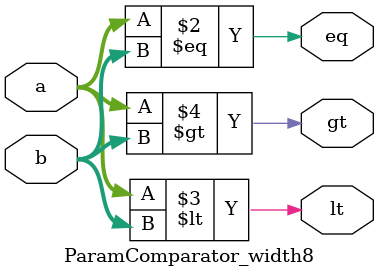
<source format=sv>

module TopInstantiation (
    input logic [7:0] in_8a,
    input logic [7:0] in_8b,
    input logic carry_in,
    input logic [15:0] in_16a,
    input logic [15:0] in_16b,
    output logic [8:0] sum_8,
    output logic [16:0] sum_16,
    output logic [15:0] prod_8,
    output logic [31:0] prod_16,
    output logic cmp_eq,
    output logic cmp_lt,
    output logic cmp_gt
);
    logic [8:0] u_add8_sum;
    logic [16:0] u_add16_sum;
    logic [15:0] u_mul8_product;
    logic [31:0] u_mul16_product;
    logic u_cmp_eq;
    logic u_cmp_lt;
    logic u_cmp_gt;
    ParamAdder_width8 u_add8 (.a(in_8a), .b(in_8b), .cin(carry_in), .sum(u_add8_sum));
    ParamAdder_width16 u_add16 (.a(in_16a), .b(in_16b), .cin(1'd0), .sum(u_add16_sum));
    ParamMultiplier_width8 u_mul8 (.a(in_8a), .b(in_8b), .product(u_mul8_product));
    ParamMultiplier_width16 u_mul16 (.a(in_16a), .b(in_16b), .product(u_mul16_product));
    ParamComparator_width8 u_cmp (.a(in_8a), .b(in_8b), .eq(u_cmp_eq), .lt(u_cmp_lt), .gt(u_cmp_gt));
    always_comb begin
        sum_8 = u_add8_sum;
        sum_16 = u_add16_sum;
        prod_8 = u_mul8_product;
        prod_16 = u_mul16_product;
        cmp_eq = u_cmp_eq;
        cmp_lt = u_cmp_lt;
        cmp_gt = u_cmp_gt;
    end
endmodule

module ParamAdder_width8 (
    input logic [7:0] a,
    input logic [7:0] b,
    input logic cin,
    output logic [8:0] sum
);
    always_comb begin
        sum = ((a + b) + cin);
    end
endmodule

module ParamAdder_width16 (
    input logic [15:0] a,
    input logic [15:0] b,
    input logic cin,
    output logic [16:0] sum
);
    always_comb begin
        sum = ((a + b) + cin);
    end
endmodule

module ParamMultiplier_width8 (
    input logic [7:0] a,
    input logic [7:0] b,
    output logic [15:0] product
);
    always_comb begin
        product = (a * b);
    end
endmodule

module ParamMultiplier_width16 (
    input logic [15:0] a,
    input logic [15:0] b,
    output logic [31:0] product
);
    always_comb begin
        product = (a * b);
    end
endmodule

module ParamComparator_width8 (
    input logic [7:0] a,
    input logic [7:0] b,
    output logic eq,
    output logic lt,
    output logic gt
);
    always_comb begin
        eq = (a == b);
        lt = (a < b);
        gt = (a > b);
    end
endmodule
</source>
